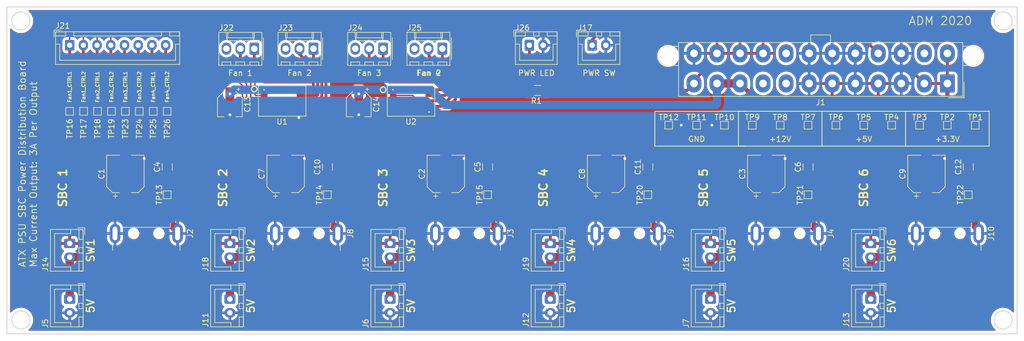
<source format=kicad_pcb>
(kicad_pcb (version 20171130) (host pcbnew 5.1.10)
  (layers (0 F.Cu signal) (31 B.Cu signal) (35 F.Paste user) (37 F.SilkS user) (38 B.Mask user) (39 F.Mask user) (44 Edge.Cuts user))
  (net 0 "")
  (net 1 GND)
  (net 2 P5V_1)
  (net 3 P5V_3)
  (net 4 P5V_5)
  (net 5 P5V_2)
  (net 6 P5V_4)
  (net 7 P5V_6)
  (net 8 +12V)
  (net 9 +5V)
  (net 10 PS-ON)
  (net 11 +3.3V)
  (net 12 Fan4_CTRL2)
  (net 13 Fan4_CTRL1)
  (net 14 Fan3_CTRL2)
  (net 15 Fan3_CTRL1)
  (net 16 Fan2_CTRL2)
  (net 17 Fan2_CTRL1)
  (net 18 Fan1_CTRL2)
  (net 19 Fan1_CTRL1)
  (net 20 "Net-(J22-Pad2)")
  (net 21 "Net-(J22-Pad1)")
  (net 22 "Net-(J23-Pad2)")
  (net 23 "Net-(J23-Pad1)")
  (net 24 "Net-(J24-Pad2)")
  (net 25 "Net-(J24-Pad1)")
  (net 26 "Net-(J25-Pad2)")
  (net 27 "Net-(J25-Pad1)")
  (net 28 "Net-(J26-Pad1)")
  (module "Power Distribution Board Rock64:USB_A_CNCTech_1001-011-01101_Horizontal_Fixed" (layer F.Cu) (at 247.65 147.32 270)
    (fp_text reference J10 (at -6.9 -8 90) (layer F.SilkS))
    (fp_text value 87583-3010RPALF)
    (pad "" np_thru_hole circle (at -6.9 2.3 270) (size 1.1 1.1) (drill 1.1) (layers *.Cu *.Mask))
    (pad "" np_thru_hole circle (at -6.9 -2.3 270) (size 1.1 1.1) (drill 1.1) (layers *.Cu *.Mask))
    (pad 5 thru_hole oval (at -6.9 5.7 270) (size 3.5 1.9) (drill oval 2.5 0.9) (layers *.Cu *.Mask) (net 1 GND))
    (pad 5 thru_hole oval (at -6.9 -5.7 270) (size 3.5 1.9) (drill oval 2.5 0.9) (layers *.Cu *.Mask) (net 1 GND))
    (pad 1 smd rect (at -9.65 3.5 270) (size 2.5 1.1) (layers F.Cu F.Paste F.Mask) (net 7 P5V_6))
    (pad 4 smd rect (at -9.65 -3.5 270) (size 2.5 1.1) (layers F.Cu F.Paste F.Mask) (net 1 GND))
    (pad 2 smd rect (at -9.65 1 270) (size 2.5 1.1) (layers F.Cu F.Paste F.Mask))
    (pad 3 smd rect (at -9.65 -1 270) (size 2.5 1.1) (layers F.Cu F.Paste F.Mask))
  )
  (module "Power Distribution Board Rock64:USB_A_CNCTech_1001-011-01101_Horizontal_Fixed" (layer F.Cu) (at 189.23 147.32 270)
    (fp_text reference J9 (at -6.9 -8 90) (layer F.SilkS))
    (fp_text value 87583-3010RPALF)
    (pad "" np_thru_hole circle (at -6.9 2.3 270) (size 1.1 1.1) (drill 1.1) (layers *.Cu *.Mask))
    (pad "" np_thru_hole circle (at -6.9 -2.3 270) (size 1.1 1.1) (drill 1.1) (layers *.Cu *.Mask))
    (pad 5 thru_hole oval (at -6.9 5.7 270) (size 3.5 1.9) (drill oval 2.5 0.9) (layers *.Cu *.Mask) (net 1 GND))
    (pad 5 thru_hole oval (at -6.9 -5.7 270) (size 3.5 1.9) (drill oval 2.5 0.9) (layers *.Cu *.Mask) (net 1 GND))
    (pad 1 smd rect (at -9.65 3.5 270) (size 2.5 1.1) (layers F.Cu F.Paste F.Mask) (net 6 P5V_4))
    (pad 4 smd rect (at -9.65 -3.5 270) (size 2.5 1.1) (layers F.Cu F.Paste F.Mask) (net 1 GND))
    (pad 2 smd rect (at -9.65 1 270) (size 2.5 1.1) (layers F.Cu F.Paste F.Mask))
    (pad 3 smd rect (at -9.65 -1 270) (size 2.5 1.1) (layers F.Cu F.Paste F.Mask))
  )
  (module "Power Distribution Board Rock64:USB_A_CNCTech_1001-011-01101_Horizontal_Fixed" (layer F.Cu) (at 130.81 147.32 270)
    (fp_text reference J8 (at -6.9 -8 90) (layer F.SilkS))
    (fp_text value 87583-3010RPALF)
    (pad "" np_thru_hole circle (at -6.9 2.3 270) (size 1.1 1.1) (drill 1.1) (layers *.Cu *.Mask))
    (pad "" np_thru_hole circle (at -6.9 -2.3 270) (size 1.1 1.1) (drill 1.1) (layers *.Cu *.Mask))
    (pad 5 thru_hole oval (at -6.9 5.7 270) (size 3.5 1.9) (drill oval 2.5 0.9) (layers *.Cu *.Mask) (net 1 GND))
    (pad 5 thru_hole oval (at -6.9 -5.7 270) (size 3.5 1.9) (drill oval 2.5 0.9) (layers *.Cu *.Mask) (net 1 GND))
    (pad 1 smd rect (at -9.65 3.5 270) (size 2.5 1.1) (layers F.Cu F.Paste F.Mask) (net 5 P5V_2))
    (pad 4 smd rect (at -9.65 -3.5 270) (size 2.5 1.1) (layers F.Cu F.Paste F.Mask) (net 1 GND))
    (pad 2 smd rect (at -9.65 1 270) (size 2.5 1.1) (layers F.Cu F.Paste F.Mask))
    (pad 3 smd rect (at -9.65 -1 270) (size 2.5 1.1) (layers F.Cu F.Paste F.Mask))
  )
  (module "Power Distribution Board Rock64:USB_A_CNCTech_1001-011-01101_Horizontal_Fixed" (layer F.Cu) (at 218.44 147.32 270)
    (fp_text reference J4 (at -6.9 -8 90) (layer F.SilkS))
    (fp_text value 87583-3010RPALF)
    (pad "" np_thru_hole circle (at -6.9 2.3 270) (size 1.1 1.1) (drill 1.1) (layers *.Cu *.Mask))
    (pad "" np_thru_hole circle (at -6.9 -2.3 270) (size 1.1 1.1) (drill 1.1) (layers *.Cu *.Mask))
    (pad 5 thru_hole oval (at -6.9 5.7 270) (size 3.5 1.9) (drill oval 2.5 0.9) (layers *.Cu *.Mask) (net 1 GND))
    (pad 5 thru_hole oval (at -6.9 -5.7 270) (size 3.5 1.9) (drill oval 2.5 0.9) (layers *.Cu *.Mask) (net 1 GND))
    (pad 1 smd rect (at -9.65 3.5 270) (size 2.5 1.1) (layers F.Cu F.Paste F.Mask) (net 4 P5V_5))
    (pad 4 smd rect (at -9.65 -3.5 270) (size 2.5 1.1) (layers F.Cu F.Paste F.Mask) (net 1 GND))
    (pad 2 smd rect (at -9.65 1 270) (size 2.5 1.1) (layers F.Cu F.Paste F.Mask))
    (pad 3 smd rect (at -9.65 -1 270) (size 2.5 1.1) (layers F.Cu F.Paste F.Mask))
  )
  (module "Power Distribution Board Rock64:USB_A_CNCTech_1001-011-01101_Horizontal_Fixed" (layer F.Cu) (at 160.02 147.32 270)
    (fp_text reference J3 (at -6.9 -8 90) (layer F.SilkS))
    (fp_text value 87583-3010RPALF)
    (pad "" np_thru_hole circle (at -6.9 2.3 270) (size 1.1 1.1) (drill 1.1) (layers *.Cu *.Mask))
    (pad "" np_thru_hole circle (at -6.9 -2.3 270) (size 1.1 1.1) (drill 1.1) (layers *.Cu *.Mask))
    (pad 5 thru_hole oval (at -6.9 5.7 270) (size 3.5 1.9) (drill oval 2.5 0.9) (layers *.Cu *.Mask) (net 1 GND))
    (pad 5 thru_hole oval (at -6.9 -5.7 270) (size 3.5 1.9) (drill oval 2.5 0.9) (layers *.Cu *.Mask) (net 1 GND))
    (pad 1 smd rect (at -9.65 3.5 270) (size 2.5 1.1) (layers F.Cu F.Paste F.Mask) (net 3 P5V_3))
    (pad 4 smd rect (at -9.65 -3.5 270) (size 2.5 1.1) (layers F.Cu F.Paste F.Mask) (net 1 GND))
    (pad 2 smd rect (at -9.65 1 270) (size 2.5 1.1) (layers F.Cu F.Paste F.Mask))
    (pad 3 smd rect (at -9.65 -1 270) (size 2.5 1.1) (layers F.Cu F.Paste F.Mask))
  )
  (module "Power Distribution Board Rock64:USB_A_CNCTech_1001-011-01101_Horizontal_Fixed" (layer F.Cu) (at 101.6 147.32 270)
    (fp_text reference J2 (at -6.9 -8 90) (layer F.SilkS))
    (fp_text value 87583-3010RPALF)
    (pad "" np_thru_hole circle (at -6.9 2.3 270) (size 1.1 1.1) (drill 1.1) (layers *.Cu *.Mask))
    (pad "" np_thru_hole circle (at -6.9 -2.3 270) (size 1.1 1.1) (drill 1.1) (layers *.Cu *.Mask))
    (pad 5 thru_hole oval (at -6.9 5.7 270) (size 3.5 1.9) (drill oval 2.5 0.9) (layers *.Cu *.Mask) (net 1 GND))
    (pad 5 thru_hole oval (at -6.9 -5.7 270) (size 3.5 1.9) (drill oval 2.5 0.9) (layers *.Cu *.Mask) (net 1 GND))
    (pad 1 smd rect (at -9.65 3.5 270) (size 2.5 1.1) (layers F.Cu F.Paste F.Mask) (net 2 P5V_1))
    (pad 4 smd rect (at -9.65 -3.5 270) (size 2.5 1.1) (layers F.Cu F.Paste F.Mask) (net 1 GND))
    (pad 2 smd rect (at -9.65 1 270) (size 2.5 1.1) (layers F.Cu F.Paste F.Mask))
    (pad 3 smd rect (at -9.65 -1 270) (size 2.5 1.1) (layers F.Cu F.Paste F.Mask))
  )
  (module "Power Distribution Board Rock64:SOIC-10" (layer F.Cu) (at 149.86 116.205 270)
    (fp_text reference U2 (at 3.81 0) (layer F.SilkS))
    (fp_text value LV8548MC)
    (pad 5 smd rect (at 2 3.25 270) (size 0.58 1.18) (layers F.Cu F.Paste F.Mask) (net 12 Fan4_CTRL2))
    (pad 6 smd rect (at 2 -3.25 270) (size 0.58 1.18) (layers F.Cu F.Paste F.Mask) (net 1 GND))
    (pad 4 smd rect (at 1 3.25 270) (size 0.58 1.18) (layers F.Cu F.Paste F.Mask) (net 13 Fan4_CTRL1))
    (pad 7 smd rect (at 1 -3.25 270) (size 0.58 1.18) (layers F.Cu F.Paste F.Mask) (net 27 "Net-(J25-Pad1)"))
    (pad 3 smd rect (at 0 3.25 270) (size 0.58 1.18) (layers F.Cu F.Paste F.Mask) (net 14 Fan3_CTRL2))
    (pad 8 smd rect (at 0 -3.25 270) (size 0.58 1.18) (layers F.Cu F.Paste F.Mask) (net 26 "Net-(J25-Pad2)"))
    (pad 2 smd rect (at -1 3.25 270) (size 0.58 1.18) (layers F.Cu F.Paste F.Mask) (net 15 Fan3_CTRL1))
    (pad 9 smd rect (at -1 -3.25 270) (size 0.58 1.18) (layers F.Cu F.Paste F.Mask) (net 25 "Net-(J24-Pad1)"))
    (pad 1 smd rect (at -2 3.25 270) (size 0.58 1.18) (layers F.Cu F.Paste F.Mask) (net 8 +12V))
    (pad 10 smd rect (at -2 -3.25 270) (size 0.58 1.18) (layers F.Cu F.Paste F.Mask) (net 24 "Net-(J24-Pad2)"))
  )
  (module "Power Distribution Board Rock64:SOIC-10" (layer F.Cu) (at 126.365 116.205 270)
    (fp_text reference U1 (at 3.81 0) (layer F.SilkS))
    (fp_text value LV8548MC)
    (pad 5 smd rect (at 2 3.25 270) (size 0.58 1.18) (layers F.Cu F.Paste F.Mask) (net 16 Fan2_CTRL2))
    (pad 6 smd rect (at 2 -3.25 270) (size 0.58 1.18) (layers F.Cu F.Paste F.Mask) (net 1 GND))
    (pad 4 smd rect (at 1 3.25 270) (size 0.58 1.18) (layers F.Cu F.Paste F.Mask) (net 17 Fan2_CTRL1))
    (pad 7 smd rect (at 1 -3.25 270) (size 0.58 1.18) (layers F.Cu F.Paste F.Mask) (net 23 "Net-(J23-Pad1)"))
    (pad 3 smd rect (at 0 3.25 270) (size 0.58 1.18) (layers F.Cu F.Paste F.Mask) (net 18 Fan1_CTRL2))
    (pad 8 smd rect (at 0 -3.25 270) (size 0.58 1.18) (layers F.Cu F.Paste F.Mask) (net 22 "Net-(J23-Pad2)"))
    (pad 2 smd rect (at -1 3.25 270) (size 0.58 1.18) (layers F.Cu F.Paste F.Mask) (net 19 Fan1_CTRL1))
    (pad 9 smd rect (at -1 -3.25 270) (size 0.58 1.18) (layers F.Cu F.Paste F.Mask) (net 21 "Net-(J22-Pad1)"))
    (pad 1 smd rect (at -2 3.25 270) (size 0.58 1.18) (layers F.Cu F.Paste F.Mask) (net 8 +12V))
    (pad 10 smd rect (at -2 -3.25 270) (size 0.58 1.18) (layers F.Cu F.Paste F.Mask) (net 20 "Net-(J22-Pad2)"))
  )
  (module TestPoint:TestPoint_Pad_1.0x1.0mm (layer F.Cu) (at 105.41 118.11)
    (fp_text reference TP26 (at 0 3.175 90) (layer F.SilkS))
    (fp_text value F4_C2)
    (pad 1 smd rect (at 0 0) (size 1 1) (layers F.Cu F.Mask) (net 12 Fan4_CTRL2))
  )
  (module TestPoint:TestPoint_Pad_1.0x1.0mm (layer F.Cu) (at 102.87 118.11)
    (fp_text reference TP25 (at 0 3.175 90) (layer F.SilkS))
    (fp_text value F4_C1)
    (pad 1 smd rect (at 0 0) (size 1 1) (layers F.Cu F.Mask) (net 13 Fan4_CTRL1))
  )
  (module TestPoint:TestPoint_Pad_1.0x1.0mm (layer F.Cu) (at 100.33 118.11)
    (fp_text reference TP24 (at 0 3.175 90) (layer F.SilkS))
    (fp_text value F3_C2)
    (pad 1 smd rect (at 0 0) (size 1 1) (layers F.Cu F.Mask) (net 14 Fan3_CTRL2))
  )
  (module TestPoint:TestPoint_Pad_1.0x1.0mm (layer F.Cu) (at 97.79 118.11)
    (fp_text reference TP23 (at 0 3.175 90) (layer F.SilkS))
    (fp_text value F3_C1)
    (pad 1 smd rect (at 0 0) (size 1 1) (layers F.Cu F.Mask) (net 15 Fan3_CTRL1))
  )
  (module TestPoint:TestPoint_Pad_1.0x1.0mm (layer F.Cu) (at 251.46 133.35 90)
    (fp_text reference TP22 (at 0 -1.448 90) (layer F.SilkS))
    (fp_text value P5V_B6)
    (pad 1 smd rect (at 0 0 90) (size 1 1) (layers F.Cu F.Mask) (net 7 P5V_6))
  )
  (module TestPoint:TestPoint_Pad_1.0x1.0mm (layer F.Cu) (at 222.25 133.35 90)
    (fp_text reference TP21 (at 0 -1.448 90) (layer F.SilkS))
    (fp_text value P5V_B5)
    (pad 1 smd rect (at 0 0 90) (size 1 1) (layers F.Cu F.Mask) (net 4 P5V_5))
  )
  (module TestPoint:TestPoint_Pad_1.0x1.0mm (layer F.Cu) (at 193.04 133.35 90)
    (fp_text reference TP20 (at 0 -1.448 90) (layer F.SilkS))
    (fp_text value P5V_B4)
    (pad 1 smd rect (at 0 0 90) (size 1 1) (layers F.Cu F.Mask) (net 6 P5V_4))
  )
  (module TestPoint:TestPoint_Pad_1.0x1.0mm (layer F.Cu) (at 95.25 118.11)
    (fp_text reference TP19 (at 0 3.175 90) (layer F.SilkS))
    (fp_text value F2_C2)
    (pad 1 smd rect (at 0 0) (size 1 1) (layers F.Cu F.Mask) (net 16 Fan2_CTRL2))
  )
  (module TestPoint:TestPoint_Pad_1.0x1.0mm (layer F.Cu) (at 92.71 118.11)
    (fp_text reference TP18 (at 0 3.175 90) (layer F.SilkS))
    (fp_text value F2_C1)
    (pad 1 smd rect (at 0 0) (size 1 1) (layers F.Cu F.Mask) (net 17 Fan2_CTRL1))
  )
  (module TestPoint:TestPoint_Pad_1.0x1.0mm (layer F.Cu) (at 90.17 118.11)
    (fp_text reference TP17 (at 0 3.175 90) (layer F.SilkS))
    (fp_text value F1_C2)
    (pad 1 smd rect (at 0 0) (size 1 1) (layers F.Cu F.Mask) (net 18 Fan1_CTRL2))
  )
  (module TestPoint:TestPoint_Pad_1.0x1.0mm (layer F.Cu) (at 87.63 118.11)
    (fp_text reference TP16 (at 0 3.175 90) (layer F.SilkS))
    (fp_text value F1_C1)
    (pad 1 smd rect (at 0 0) (size 1 1) (layers F.Cu F.Mask) (net 19 Fan1_CTRL1))
  )
  (module TestPoint:TestPoint_Pad_1.0x1.0mm (layer F.Cu) (at 163.83 133.35 90)
    (fp_text reference TP15 (at 0 -1.448 90) (layer F.SilkS))
    (fp_text value P5V_B3)
    (pad 1 smd rect (at 0 0 90) (size 1 1) (layers F.Cu F.Mask) (net 3 P5V_3))
  )
  (module TestPoint:TestPoint_Pad_1.0x1.0mm (layer F.Cu) (at 134.62 133.35 90)
    (fp_text reference TP14 (at 0 -1.448 90) (layer F.SilkS))
    (fp_text value P5V_B2)
    (pad 1 smd rect (at 0 0 90) (size 1 1) (layers F.Cu F.Mask) (net 5 P5V_2))
  )
  (module TestPoint:TestPoint_Pad_1.0x1.0mm (layer F.Cu) (at 105.41 133.35 90)
    (fp_text reference TP13 (at 0 -1.448 90) (layer F.SilkS))
    (fp_text value P5V_B1)
    (pad 1 smd rect (at 0 0 90) (size 1 1) (layers F.Cu F.Mask) (net 2 P5V_1))
  )
  (module TestPoint:TestPoint_Pad_1.0x1.0mm (layer F.Cu) (at 196.85 120.65)
    (fp_text reference TP12 (at 0 -1.448) (layer F.SilkS))
    (fp_text value GND_TP3)
    (pad 1 smd rect (at 0 0) (size 1 1) (layers F.Cu F.Mask) (net 1 GND))
  )
  (module TestPoint:TestPoint_Pad_1.0x1.0mm (layer F.Cu) (at 201.93 120.65)
    (fp_text reference TP11 (at 0 -1.448) (layer F.SilkS))
    (fp_text value GND_TP2)
    (pad 1 smd rect (at 0 0) (size 1 1) (layers F.Cu F.Mask) (net 1 GND))
  )
  (module TestPoint:TestPoint_Pad_1.0x1.0mm (layer F.Cu) (at 207.01 120.65)
    (fp_text reference TP10 (at 0 -1.448) (layer F.SilkS))
    (fp_text value GND_TP1)
    (pad 1 smd rect (at 0 0) (size 1 1) (layers F.Cu F.Mask) (net 1 GND))
  )
  (module TestPoint:TestPoint_Pad_1.0x1.0mm (layer F.Cu) (at 212.09 120.65)
    (fp_text reference TP9 (at 0 -1.448) (layer F.SilkS))
    (fp_text value 12V_TP3)
    (pad 1 smd rect (at 0 0) (size 1 1) (layers F.Cu F.Mask) (net 8 +12V))
  )
  (module TestPoint:TestPoint_Pad_1.0x1.0mm (layer F.Cu) (at 217.17 120.65)
    (fp_text reference TP8 (at 0 -1.448) (layer F.SilkS))
    (fp_text value 12V_TP2)
    (pad 1 smd rect (at 0 0) (size 1 1) (layers F.Cu F.Mask) (net 8 +12V))
  )
  (module TestPoint:TestPoint_Pad_1.0x1.0mm (layer F.Cu) (at 222.25 120.65)
    (fp_text reference TP7 (at 0 -1.448) (layer F.SilkS))
    (fp_text value 12V_TP1)
    (pad 1 smd rect (at 0 0) (size 1 1) (layers F.Cu F.Mask) (net 8 +12V))
  )
  (module TestPoint:TestPoint_Pad_1.0x1.0mm (layer F.Cu) (at 227.33 120.65)
    (fp_text reference TP6 (at 0 -1.448) (layer F.SilkS))
    (fp_text value 5V_TP3)
    (pad 1 smd rect (at 0 0) (size 1 1) (layers F.Cu F.Mask) (net 9 +5V))
  )
  (module TestPoint:TestPoint_Pad_1.0x1.0mm (layer F.Cu) (at 232.41 120.65)
    (fp_text reference TP5 (at 0 -1.448) (layer F.SilkS))
    (fp_text value 5V_TP2)
    (pad 1 smd rect (at 0 0) (size 1 1) (layers F.Cu F.Mask) (net 9 +5V))
  )
  (module TestPoint:TestPoint_Pad_1.0x1.0mm (layer F.Cu) (at 237.49 120.65)
    (fp_text reference TP4 (at 0 -1.448) (layer F.SilkS))
    (fp_text value 5V_TP1)
    (pad 1 smd rect (at 0 0) (size 1 1) (layers F.Cu F.Mask) (net 9 +5V))
  )
  (module TestPoint:TestPoint_Pad_1.0x1.0mm (layer F.Cu) (at 242.57 120.65)
    (fp_text reference TP3 (at 0 -1.448) (layer F.SilkS))
    (fp_text value 3V_TP3)
    (pad 1 smd rect (at 0 0) (size 1 1) (layers F.Cu F.Mask) (net 11 +3.3V))
  )
  (module TestPoint:TestPoint_Pad_1.0x1.0mm (layer F.Cu) (at 247.65 120.65)
    (fp_text reference TP2 (at 0 -1.448) (layer F.SilkS))
    (fp_text value 3V_TP2)
    (pad 1 smd rect (at 0 0) (size 1 1) (layers F.Cu F.Mask) (net 11 +3.3V))
  )
  (module TestPoint:TestPoint_Pad_1.0x1.0mm (layer F.Cu) (at 252.73 120.65)
    (fp_text reference TP1 (at 0 -1.448) (layer F.SilkS))
    (fp_text value 3V_TP1)
    (pad 1 smd rect (at 0 0) (size 1 1) (layers F.Cu F.Mask) (net 11 +3.3V))
  )
  (module Resistor_SMD:R_1206_3216Metric_Pad1.42x1.75mm_HandSolder (layer F.Cu) (at 172.9375 114.3)
    (fp_text reference R1 (at -0.2175 1.905) (layer F.SilkS))
    (fp_text value 300)
    (pad 2 smd roundrect (at 1.4875 0) (size 1.425 1.75) (layers F.Cu F.Paste F.Mask) (roundrect_rratio 0.1754385964912281) (net 11 +3.3V))
    (pad 1 smd roundrect (at -1.4875 0) (size 1.425 1.75) (layers F.Cu F.Paste F.Mask) (roundrect_rratio 0.1754385964912281) (net 28 "Net-(J26-Pad1)"))
  )
  (module Connector_JST:JST_XH_B2B-XH-A_1x02_P2.50mm_Vertical (layer F.Cu) (at 171.45 106.045)
    (fp_text reference J26 (at -1.27 -3.175) (layer F.SilkS))
    (fp_text value XHP-2)
    (pad 2 thru_hole oval (at 2.5 0) (size 1.7 2) (drill 1) (layers *.Cu *.Mask) (net 1 GND))
    (pad 1 thru_hole roundrect (at 0 0) (size 1.7 2) (drill 1) (layers *.Cu *.Mask) (roundrect_rratio 0.1470588235294118) (net 28 "Net-(J26-Pad1)"))
  )
  (module Connector_Molex:Molex_KK-254_AE-6410-03A_1x03_P2.54mm_Vertical (layer F.Cu) (at 155.575 106.68 180)
    (fp_text reference J25 (at 5.08 3.81) (layer F.SilkS))
    (fp_text value 22232031)
    (pad 3 thru_hole oval (at 5.08 0 180) (size 1.74 2.19) (drill 1.19) (layers *.Cu *.Mask))
    (pad 2 thru_hole oval (at 2.54 0 180) (size 1.74 2.19) (drill 1.19) (layers *.Cu *.Mask) (net 26 "Net-(J25-Pad2)"))
    (pad 1 thru_hole roundrect (at 0 0 180) (size 1.74 2.19) (drill 1.19) (layers *.Cu *.Mask) (roundrect_rratio 0.1436775862068966) (net 27 "Net-(J25-Pad1)"))
  )
  (module Connector_Molex:Molex_KK-254_AE-6410-03A_1x03_P2.54mm_Vertical (layer F.Cu) (at 144.78 106.68 180)
    (fp_text reference J24 (at 5.08 3.81) (layer F.SilkS))
    (fp_text value 22232031)
    (pad 3 thru_hole oval (at 5.08 0 180) (size 1.74 2.19) (drill 1.19) (layers *.Cu *.Mask))
    (pad 2 thru_hole oval (at 2.54 0 180) (size 1.74 2.19) (drill 1.19) (layers *.Cu *.Mask) (net 24 "Net-(J24-Pad2)"))
    (pad 1 thru_hole roundrect (at 0 0 180) (size 1.74 2.19) (drill 1.19) (layers *.Cu *.Mask) (roundrect_rratio 0.1436775862068966) (net 25 "Net-(J24-Pad1)"))
  )
  (module Connector_Molex:Molex_KK-254_AE-6410-03A_1x03_P2.54mm_Vertical (layer F.Cu) (at 132.08 106.68 180)
    (fp_text reference J23 (at 5.08 3.81) (layer F.SilkS))
    (fp_text value 22232031)
    (pad 3 thru_hole oval (at 5.08 0 180) (size 1.74 2.19) (drill 1.19) (layers *.Cu *.Mask))
    (pad 2 thru_hole oval (at 2.54 0 180) (size 1.74 2.19) (drill 1.19) (layers *.Cu *.Mask) (net 22 "Net-(J23-Pad2)"))
    (pad 1 thru_hole roundrect (at 0 0 180) (size 1.74 2.19) (drill 1.19) (layers *.Cu *.Mask) (roundrect_rratio 0.1436775862068966) (net 23 "Net-(J23-Pad1)"))
  )
  (module Connector_Molex:Molex_KK-254_AE-6410-03A_1x03_P2.54mm_Vertical (layer F.Cu) (at 121.285 106.68 180)
    (fp_text reference J22 (at 5.08 3.81) (layer F.SilkS))
    (fp_text value 22232031)
    (pad 3 thru_hole oval (at 5.08 0 180) (size 1.74 2.19) (drill 1.19) (layers *.Cu *.Mask))
    (pad 2 thru_hole oval (at 2.54 0 180) (size 1.74 2.19) (drill 1.19) (layers *.Cu *.Mask) (net 20 "Net-(J22-Pad2)"))
    (pad 1 thru_hole roundrect (at 0 0 180) (size 1.74 2.19) (drill 1.19) (layers *.Cu *.Mask) (roundrect_rratio 0.1436775862068966) (net 21 "Net-(J22-Pad1)"))
  )
  (module Connector_JST:JST_XH_B8B-XH-A_1x08_P2.50mm_Vertical (layer F.Cu) (at 87.63 106.045)
    (fp_text reference J21 (at -1.27 -3.55) (layer F.SilkS))
    (fp_text value "B8B-XH-A(LF)(SN)")
    (pad 8 thru_hole oval (at 17.5 0) (size 1.7 1.95) (drill 0.95) (layers *.Cu *.Mask) (net 12 Fan4_CTRL2))
    (pad 7 thru_hole oval (at 15 0) (size 1.7 1.95) (drill 0.95) (layers *.Cu *.Mask) (net 13 Fan4_CTRL1))
    (pad 6 thru_hole oval (at 12.5 0) (size 1.7 1.95) (drill 0.95) (layers *.Cu *.Mask) (net 14 Fan3_CTRL2))
    (pad 5 thru_hole oval (at 10 0) (size 1.7 1.95) (drill 0.95) (layers *.Cu *.Mask) (net 15 Fan3_CTRL1))
    (pad 4 thru_hole oval (at 7.5 0) (size 1.7 1.95) (drill 0.95) (layers *.Cu *.Mask) (net 16 Fan2_CTRL2))
    (pad 3 thru_hole oval (at 5 0) (size 1.7 1.95) (drill 0.95) (layers *.Cu *.Mask) (net 17 Fan2_CTRL1))
    (pad 2 thru_hole oval (at 2.5 0) (size 1.7 1.95) (drill 0.95) (layers *.Cu *.Mask) (net 18 Fan1_CTRL2))
    (pad 1 thru_hole roundrect (at 0 0) (size 1.7 1.95) (drill 0.95) (layers *.Cu *.Mask) (roundrect_rratio 0.1470588235294118) (net 19 Fan1_CTRL1))
  )
  (module Connector_JST:JST_XH_B2B-XH-A_1x02_P2.50mm_Vertical (layer F.Cu) (at 233.68 142.24 270)
    (fp_text reference J20 (at 3.81 4.445 90) (layer F.SilkS))
    (fp_text value XHP-2)
    (pad 2 thru_hole oval (at 2.5 0 270) (size 1.7 2) (drill 1) (layers *.Cu *.Mask) (net 7 P5V_6))
    (pad 1 thru_hole roundrect (at 0 0 270) (size 1.7 2) (drill 1) (layers *.Cu *.Mask) (roundrect_rratio 0.1470588235294118) (net 9 +5V))
  )
  (module Connector_JST:JST_XH_B2B-XH-A_1x02_P2.50mm_Vertical (layer F.Cu) (at 175.26 142.24 270)
    (fp_text reference J19 (at 3.81 4.445 90) (layer F.SilkS))
    (fp_text value XHP-2)
    (pad 2 thru_hole oval (at 2.5 0 270) (size 1.7 2) (drill 1) (layers *.Cu *.Mask) (net 6 P5V_4))
    (pad 1 thru_hole roundrect (at 0 0 270) (size 1.7 2) (drill 1) (layers *.Cu *.Mask) (roundrect_rratio 0.1470588235294118) (net 9 +5V))
  )
  (module Connector_JST:JST_XH_B2B-XH-A_1x02_P2.50mm_Vertical (layer F.Cu) (at 116.84 142.24 270)
    (fp_text reference J18 (at 3.81 4.445 90) (layer F.SilkS))
    (fp_text value XHP-2)
    (pad 2 thru_hole oval (at 2.5 0 270) (size 1.7 2) (drill 1) (layers *.Cu *.Mask) (net 5 P5V_2))
    (pad 1 thru_hole roundrect (at 0 0 270) (size 1.7 2) (drill 1) (layers *.Cu *.Mask) (roundrect_rratio 0.1470588235294118) (net 9 +5V))
  )
  (module Connector_JST:JST_XH_B2B-XH-A_1x02_P2.50mm_Vertical (layer F.Cu) (at 182.88 106.045)
    (fp_text reference J17 (at -1.27 -3.175) (layer F.SilkS))
    (fp_text value XHP-2)
    (pad 2 thru_hole oval (at 2.5 0) (size 1.7 2) (drill 1) (layers *.Cu *.Mask) (net 1 GND))
    (pad 1 thru_hole roundrect (at 0 0) (size 1.7 2) (drill 1) (layers *.Cu *.Mask) (roundrect_rratio 0.1470588235294118) (net 10 PS-ON))
  )
  (module Connector_JST:JST_XH_B2B-XH-A_1x02_P2.50mm_Vertical (layer F.Cu) (at 204.47 142.24 270)
    (fp_text reference J16 (at 3.81 4.445 90) (layer F.SilkS))
    (fp_text value XHP-2)
    (pad 2 thru_hole oval (at 2.5 0 270) (size 1.7 2) (drill 1) (layers *.Cu *.Mask) (net 4 P5V_5))
    (pad 1 thru_hole roundrect (at 0 0 270) (size 1.7 2) (drill 1) (layers *.Cu *.Mask) (roundrect_rratio 0.1470588235294118) (net 9 +5V))
  )
  (module Connector_JST:JST_XH_B2B-XH-A_1x02_P2.50mm_Vertical (layer F.Cu) (at 146.05 142.24 270)
    (fp_text reference J15 (at 3.81 4.445 90) (layer F.SilkS))
    (fp_text value XHP-2)
    (pad 2 thru_hole oval (at 2.5 0 270) (size 1.7 2) (drill 1) (layers *.Cu *.Mask) (net 3 P5V_3))
    (pad 1 thru_hole roundrect (at 0 0 270) (size 1.7 2) (drill 1) (layers *.Cu *.Mask) (roundrect_rratio 0.1470588235294118) (net 9 +5V))
  )
  (module Connector_JST:JST_XH_B2B-XH-A_1x02_P2.50mm_Vertical (layer F.Cu) (at 87.63 142.24 270)
    (fp_text reference J14 (at 3.81 4.445 90) (layer F.SilkS))
    (fp_text value XHP-2)
    (pad 2 thru_hole oval (at 2.5 0 270) (size 1.7 2) (drill 1) (layers *.Cu *.Mask) (net 2 P5V_1))
    (pad 1 thru_hole roundrect (at 0 0 270) (size 1.7 2) (drill 1) (layers *.Cu *.Mask) (roundrect_rratio 0.1470588235294118) (net 9 +5V))
  )
  (module Connector_JST:JST_XH_B2B-XH-A_1x02_P2.50mm_Vertical (layer F.Cu) (at 233.68 152.4 270)
    (fp_text reference J13 (at 3.81 4.445 90) (layer F.SilkS))
    (fp_text value XHP-2)
    (pad 2 thru_hole oval (at 2.5 0 270) (size 1.7 2) (drill 1) (layers *.Cu *.Mask) (net 1 GND))
    (pad 1 thru_hole roundrect (at 0 0 270) (size 1.7 2) (drill 1) (layers *.Cu *.Mask) (roundrect_rratio 0.1470588235294118) (net 7 P5V_6))
  )
  (module Connector_JST:JST_XH_B2B-XH-A_1x02_P2.50mm_Vertical (layer F.Cu) (at 175.26 152.4 270)
    (fp_text reference J12 (at 3.81 4.445 90) (layer F.SilkS))
    (fp_text value XHP-2)
    (pad 2 thru_hole oval (at 2.5 0 270) (size 1.7 2) (drill 1) (layers *.Cu *.Mask) (net 1 GND))
    (pad 1 thru_hole roundrect (at 0 0 270) (size 1.7 2) (drill 1) (layers *.Cu *.Mask) (roundrect_rratio 0.1470588235294118) (net 6 P5V_4))
  )
  (module Connector_JST:JST_XH_B2B-XH-A_1x02_P2.50mm_Vertical (layer F.Cu) (at 116.84 152.4 270)
    (fp_text reference J11 (at 3.81 4.445 90) (layer F.SilkS))
    (fp_text value XHP-2)
    (pad 2 thru_hole oval (at 2.5 0 270) (size 1.7 2) (drill 1) (layers *.Cu *.Mask) (net 1 GND))
    (pad 1 thru_hole roundrect (at 0 0 270) (size 1.7 2) (drill 1) (layers *.Cu *.Mask) (roundrect_rratio 0.1470588235294118) (net 5 P5V_2))
  )
  (module Connector_JST:JST_XH_B2B-XH-A_1x02_P2.50mm_Vertical (layer F.Cu) (at 204.47 152.4 270)
    (fp_text reference J7 (at 4.445 4.445 90) (layer F.SilkS))
    (fp_text value XHP-2)
    (pad 2 thru_hole oval (at 2.5 0 270) (size 1.7 2) (drill 1) (layers *.Cu *.Mask) (net 1 GND))
    (pad 1 thru_hole roundrect (at 0 0 270) (size 1.7 2) (drill 1) (layers *.Cu *.Mask) (roundrect_rratio 0.1470588235294118) (net 4 P5V_5))
  )
  (module Connector_JST:JST_XH_B2B-XH-A_1x02_P2.50mm_Vertical (layer F.Cu) (at 146.05 152.4 270)
    (fp_text reference J6 (at 4.445 4.445 90) (layer F.SilkS))
    (fp_text value XHP-2)
    (pad 2 thru_hole oval (at 2.5 0 270) (size 1.7 2) (drill 1) (layers *.Cu *.Mask) (net 1 GND))
    (pad 1 thru_hole roundrect (at 0 0 270) (size 1.7 2) (drill 1) (layers *.Cu *.Mask) (roundrect_rratio 0.1470588235294118) (net 3 P5V_3))
  )
  (module Connector_JST:JST_XH_B2B-XH-A_1x02_P2.50mm_Vertical (layer F.Cu) (at 87.63 152.4 270)
    (fp_text reference J5 (at 4.445 4.445 90) (layer F.SilkS))
    (fp_text value XHP-2)
    (pad 2 thru_hole oval (at 2.5 0 270) (size 1.7 2) (drill 1) (layers *.Cu *.Mask) (net 1 GND))
    (pad 1 thru_hole roundrect (at 0 0 270) (size 1.7 2) (drill 1) (layers *.Cu *.Mask) (roundrect_rratio 0.1470588235294118) (net 2 P5V_1))
  )
  (module Connector_Molex:Molex_Mini-Fit_Jr_5566-24A2_2x12_P4.20mm_Vertical (layer F.Cu) (at 247.65 113.03 180)
    (fp_text reference J1 (at 23.1 -3.45) (layer F.SilkS))
    (fp_text value 442060007)
    (pad "" np_thru_hole circle (at 50.9 5.04 180) (size 3 3) (drill 3) (layers *.Cu *.Mask))
    (pad "" np_thru_hole circle (at -4.7 5.04 180) (size 3 3) (drill 3) (layers *.Cu *.Mask))
    (pad 24 thru_hole oval (at 46.2 5.5 180) (size 2.7 3.3) (drill 1.4) (layers *.Cu *.Mask) (net 1 GND))
    (pad 23 thru_hole oval (at 42 5.5 180) (size 2.7 3.3) (drill 1.4) (layers *.Cu *.Mask) (net 9 +5V))
    (pad 22 thru_hole oval (at 37.8 5.5 180) (size 2.7 3.3) (drill 1.4) (layers *.Cu *.Mask) (net 9 +5V))
    (pad 21 thru_hole oval (at 33.6 5.5 180) (size 2.7 3.3) (drill 1.4) (layers *.Cu *.Mask) (net 9 +5V))
    (pad 20 thru_hole oval (at 29.4 5.5 180) (size 2.7 3.3) (drill 1.4) (layers *.Cu *.Mask))
    (pad 19 thru_hole oval (at 25.2 5.5 180) (size 2.7 3.3) (drill 1.4) (layers *.Cu *.Mask) (net 1 GND))
    (pad 18 thru_hole oval (at 21 5.5 180) (size 2.7 3.3) (drill 1.4) (layers *.Cu *.Mask) (net 1 GND))
    (pad 17 thru_hole oval (at 16.8 5.5 180) (size 2.7 3.3) (drill 1.4) (layers *.Cu *.Mask) (net 1 GND))
    (pad 16 thru_hole oval (at 12.6 5.5 180) (size 2.7 3.3) (drill 1.4) (layers *.Cu *.Mask) (net 10 PS-ON))
    (pad 15 thru_hole oval (at 8.4 5.5 180) (size 2.7 3.3) (drill 1.4) (layers *.Cu *.Mask) (net 1 GND))
    (pad 14 thru_hole oval (at 4.2 5.5 180) (size 2.7 3.3) (drill 1.4) (layers *.Cu *.Mask))
    (pad 13 thru_hole oval (at 0 5.5 180) (size 2.7 3.3) (drill 1.4) (layers *.Cu *.Mask) (net 11 +3.3V))
    (pad 12 thru_hole oval (at 46.2 0 180) (size 2.7 3.3) (drill 1.4) (layers *.Cu *.Mask) (net 11 +3.3V))
    (pad 11 thru_hole oval (at 42 0 180) (size 2.7 3.3) (drill 1.4) (layers *.Cu *.Mask) (net 8 +12V))
    (pad 10 thru_hole oval (at 37.8 0 180) (size 2.7 3.3) (drill 1.4) (layers *.Cu *.Mask) (net 8 +12V))
    (pad 9 thru_hole oval (at 33.6 0 180) (size 2.7 3.3) (drill 1.4) (layers *.Cu *.Mask))
    (pad 8 thru_hole oval (at 29.4 0 180) (size 2.7 3.3) (drill 1.4) (layers *.Cu *.Mask))
    (pad 7 thru_hole oval (at 25.2 0 180) (size 2.7 3.3) (drill 1.4) (layers *.Cu *.Mask) (net 1 GND))
    (pad 6 thru_hole oval (at 21 0 180) (size 2.7 3.3) (drill 1.4) (layers *.Cu *.Mask) (net 9 +5V))
    (pad 5 thru_hole oval (at 16.8 0 180) (size 2.7 3.3) (drill 1.4) (layers *.Cu *.Mask) (net 1 GND))
    (pad 4 thru_hole oval (at 12.6 0 180) (size 2.7 3.3) (drill 1.4) (layers *.Cu *.Mask) (net 9 +5V))
    (pad 3 thru_hole oval (at 8.4 0 180) (size 2.7 3.3) (drill 1.4) (layers *.Cu *.Mask) (net 1 GND))
    (pad 2 thru_hole oval (at 4.2 0 180) (size 2.7 3.3) (drill 1.4) (layers *.Cu *.Mask) (net 11 +3.3V))
    (pad 1 thru_hole roundrect (at 0 0 180) (size 2.7 3.3) (drill 1.4) (layers *.Cu *.Mask) (roundrect_rratio 0.09259296296296296) (net 11 +3.3V))
  )
  (module Capacitor_SMD:CP_Elec_4x5.4 (layer F.Cu) (at 140.335 116.84 270)
    (fp_text reference C14 (at 0 -3.2 90) (layer F.SilkS))
    (fp_text value 10uF)
    (pad 2 smd roundrect (at 1.8 0 270) (size 2.6 1.6) (layers F.Cu F.Paste F.Mask) (roundrect_rratio 0.15625) (net 1 GND))
    (pad 1 smd roundrect (at -1.8 0 270) (size 2.6 1.6) (layers F.Cu F.Paste F.Mask) (roundrect_rratio 0.15625) (net 8 +12V))
  )
  (module Capacitor_SMD:CP_Elec_4x5.4 (layer F.Cu) (at 116.84 116.84 270)
    (fp_text reference C13 (at 0 -3.2 90) (layer F.SilkS))
    (fp_text value 10uF)
    (pad 2 smd roundrect (at 1.8 0 270) (size 2.6 1.6) (layers F.Cu F.Paste F.Mask) (roundrect_rratio 0.15625) (net 1 GND))
    (pad 1 smd roundrect (at -1.8 0 270) (size 2.6 1.6) (layers F.Cu F.Paste F.Mask) (roundrect_rratio 0.15625) (net 8 +12V))
  )
  (module Capacitor_SMD:C_1206_3216Metric_Pad1.42x1.75mm_HandSolder (layer F.Cu) (at 251.46 128.27 90)
    (fp_text reference C12 (at 0 -1.82 90) (layer F.SilkS))
    (fp_text value 100nF)
    (pad 2 smd roundrect (at 1.4875 0 90) (size 1.425 1.75) (layers F.Cu F.Paste F.Mask) (roundrect_rratio 0.1754385964912281) (net 1 GND))
    (pad 1 smd roundrect (at -1.4875 0 90) (size 1.425 1.75) (layers F.Cu F.Paste F.Mask) (roundrect_rratio 0.1754385964912281) (net 7 P5V_6))
  )
  (module Capacitor_SMD:C_1206_3216Metric_Pad1.42x1.75mm_HandSolder (layer F.Cu) (at 193.04 128.27 90)
    (fp_text reference C11 (at 0 -1.82 90) (layer F.SilkS))
    (fp_text value 100nF)
    (pad 2 smd roundrect (at 1.4875 0 90) (size 1.425 1.75) (layers F.Cu F.Paste F.Mask) (roundrect_rratio 0.1754385964912281) (net 1 GND))
    (pad 1 smd roundrect (at -1.4875 0 90) (size 1.425 1.75) (layers F.Cu F.Paste F.Mask) (roundrect_rratio 0.1754385964912281) (net 6 P5V_4))
  )
  (module Capacitor_SMD:C_1206_3216Metric_Pad1.42x1.75mm_HandSolder (layer F.Cu) (at 134.62 128.27 90)
    (fp_text reference C10 (at 0 -1.82 90) (layer F.SilkS))
    (fp_text value 100nF)
    (pad 2 smd roundrect (at 1.4875 0 90) (size 1.425 1.75) (layers F.Cu F.Paste F.Mask) (roundrect_rratio 0.1754385964912281) (net 1 GND))
    (pad 1 smd roundrect (at -1.4875 0 90) (size 1.425 1.75) (layers F.Cu F.Paste F.Mask) (roundrect_rratio 0.1754385964912281) (net 5 P5V_2))
  )
  (module Capacitor_SMD:CP_Elec_6.3x5.4 (layer F.Cu) (at 243.84 129.54 90)
    (fp_text reference C9 (at 0 -4.35 90) (layer F.SilkS))
    (fp_text value 47uF)
    (pad 2 smd roundrect (at 2.8 0 90) (size 3.5 1.6) (layers F.Cu F.Paste F.Mask) (roundrect_rratio 0.15625) (net 1 GND))
    (pad 1 smd roundrect (at -2.8 0 90) (size 3.5 1.6) (layers F.Cu F.Paste F.Mask) (roundrect_rratio 0.15625) (net 7 P5V_6))
  )
  (module Capacitor_SMD:CP_Elec_6.3x5.4 (layer F.Cu) (at 185.42 129.54 90)
    (fp_text reference C8 (at 0 -4.35 90) (layer F.SilkS))
    (fp_text value 47uF)
    (pad 2 smd roundrect (at 2.8 0 90) (size 3.5 1.6) (layers F.Cu F.Paste F.Mask) (roundrect_rratio 0.15625) (net 1 GND))
    (pad 1 smd roundrect (at -2.8 0 90) (size 3.5 1.6) (layers F.Cu F.Paste F.Mask) (roundrect_rratio 0.15625) (net 6 P5V_4))
  )
  (module Capacitor_SMD:CP_Elec_6.3x5.4 (layer F.Cu) (at 127 129.54 90)
    (fp_text reference C7 (at 0 -4.35 90) (layer F.SilkS))
    (fp_text value 47uF)
    (pad 2 smd roundrect (at 2.8 0 90) (size 3.5 1.6) (layers F.Cu F.Paste F.Mask) (roundrect_rratio 0.15625) (net 1 GND))
    (pad 1 smd roundrect (at -2.8 0 90) (size 3.5 1.6) (layers F.Cu F.Paste F.Mask) (roundrect_rratio 0.15625) (net 5 P5V_2))
  )
  (module Capacitor_SMD:C_1206_3216Metric_Pad1.42x1.75mm_HandSolder (layer F.Cu) (at 222.25 128.27 90)
    (fp_text reference C6 (at 0 -1.82 90) (layer F.SilkS))
    (fp_text value 100nF)
    (pad 2 smd roundrect (at 1.4875 0 90) (size 1.425 1.75) (layers F.Cu F.Paste F.Mask) (roundrect_rratio 0.1754385964912281) (net 1 GND))
    (pad 1 smd roundrect (at -1.4875 0 90) (size 1.425 1.75) (layers F.Cu F.Paste F.Mask) (roundrect_rratio 0.1754385964912281) (net 4 P5V_5))
  )
  (module Capacitor_SMD:C_1206_3216Metric_Pad1.42x1.75mm_HandSolder (layer F.Cu) (at 163.83 128.27 90)
    (fp_text reference C5 (at 0 -1.82 90) (layer F.SilkS))
    (fp_text value 100nF)
    (pad 2 smd roundrect (at 1.4875 0 90) (size 1.425 1.75) (layers F.Cu F.Paste F.Mask) (roundrect_rratio 0.1754385964912281) (net 1 GND))
    (pad 1 smd roundrect (at -1.4875 0 90) (size 1.425 1.75) (layers F.Cu F.Paste F.Mask) (roundrect_rratio 0.1754385964912281) (net 3 P5V_3))
  )
  (module Capacitor_SMD:C_1206_3216Metric_Pad1.42x1.75mm_HandSolder (layer F.Cu) (at 105.41 128.27 90)
    (fp_text reference C4 (at 0 -1.82 90) (layer F.SilkS))
    (fp_text value 100nF)
    (pad 2 smd roundrect (at 1.4875 0 90) (size 1.425 1.75) (layers F.Cu F.Paste F.Mask) (roundrect_rratio 0.1754385964912281) (net 1 GND))
    (pad 1 smd roundrect (at -1.4875 0 90) (size 1.425 1.75) (layers F.Cu F.Paste F.Mask) (roundrect_rratio 0.1754385964912281) (net 2 P5V_1))
  )
  (module Capacitor_SMD:CP_Elec_6.3x5.4 (layer F.Cu) (at 214.63 129.54 90)
    (fp_text reference C3 (at 0 -4.35 90) (layer F.SilkS))
    (fp_text value 47uF)
    (pad 2 smd roundrect (at 2.8 0 90) (size 3.5 1.6) (layers F.Cu F.Paste F.Mask) (roundrect_rratio 0.15625) (net 1 GND))
    (pad 1 smd roundrect (at -2.8 0 90) (size 3.5 1.6) (layers F.Cu F.Paste F.Mask) (roundrect_rratio 0.15625) (net 4 P5V_5))
  )
  (module Capacitor_SMD:CP_Elec_6.3x5.4 (layer F.Cu) (at 156.21 129.54 90)
    (fp_text reference C2 (at 0 -4.35 90) (layer F.SilkS))
    (fp_text value 47uF)
    (pad 2 smd roundrect (at 2.8 0 90) (size 3.5 1.6) (layers F.Cu F.Paste F.Mask) (roundrect_rratio 0.15625) (net 1 GND))
    (pad 1 smd roundrect (at -2.8 0 90) (size 3.5 1.6) (layers F.Cu F.Paste F.Mask) (roundrect_rratio 0.15625) (net 3 P5V_3))
  )
  (module Capacitor_SMD:CP_Elec_6.3x5.4 (layer F.Cu) (at 97.79 129.54 90)
    (fp_text reference C1 (at 0 -4.35 90) (layer F.SilkS))
    (fp_text value 47uF)
    (pad 2 smd roundrect (at 2.8 0 90) (size 3.5 1.6) (layers F.Cu F.Paste F.Mask) (roundrect_rratio 0.15625) (net 1 GND))
    (pad 1 smd roundrect (at -2.8 0 90) (size 3.5 1.6) (layers F.Cu F.Paste F.Mask) (roundrect_rratio 0.15625) (net 2 P5V_1))
  )
  (gr_text "ATX PSU SBC Power Distribution Board\nMax Current Output: 3A Per Output" (at 80.01 146.685 90) (layer F.SilkS) (effects (font (size 1.27 1.27)) (justify left)))
  (gr_text "ADM 2020" (at 246.38 101.6) (layer F.SilkS) (effects (font (size 1.524 1.524))))
  (gr_text "SBC 6" (at 232.41 132.08 90) (layer F.SilkS) (effects (font (size 1.5 1.5) (thickness 0.3))))
  (gr_text "SBC 5" (at 203.2 132.08 90) (layer F.SilkS) (effects (font (size 1.5 1.5) (thickness 0.3))))
  (gr_text "SBC 4" (at 173.99 132.08 90) (layer F.SilkS) (effects (font (size 1.5 1.5) (thickness 0.3))))
  (gr_text "SBC 3" (at 144.78 132.08 90) (layer F.SilkS) (effects (font (size 1.5 1.5) (thickness 0.3))))
  (gr_text "SBC 2" (at 115.57 132.08 90) (layer F.SilkS) (effects (font (size 1.5 1.5) (thickness 0.3))))
  (gr_text "SBC 1" (at 86.36 132.08 90) (layer F.SilkS) (effects (font (size 1.5 1.5) (thickness 0.3))))
  (gr_text "Fan 2" (at 153.162 111.125) (layer F.SilkS) (effects (font (size 1 1))))
  (gr_text "PWR SW" (at 184.15 111.125) (layer F.SilkS) (effects (font (size 1 1))))
  (gr_text "PWR LED" (at 172.72 111.125) (layer F.SilkS) (effects (font (size 1 1))))
  (gr_text Fan4_CTRL2 (at 105.41 113.665 90) (layer F.SilkS) (effects (font (size 0.635 0.635) (thickness 0.1397))))
  (gr_text Fan4_CTRL1 (at 102.87 113.665 90) (layer F.SilkS) (effects (font (size 0.635 0.635) (thickness 0.1397))))
  (gr_text Fan3_CTRL2 (at 100.33 113.665 90) (layer F.SilkS) (effects (font (size 0.635 0.635) (thickness 0.1397))))
  (gr_text Fan3_CTRL1 (at 97.79 113.665 90) (layer F.SilkS) (effects (font (size 0.635 0.635) (thickness 0.1397))))
  (gr_text Fan2_CTRL2 (at 95.25 113.665 90) (layer F.SilkS) (effects (font (size 0.635 0.635) (thickness 0.1397))))
  (gr_text Fan2_CTRL1 (at 92.71 113.665 90) (layer F.SilkS) (effects (font (size 0.635 0.635) (thickness 0.1397))))
  (gr_text Fan1_CTRL2 (at 90.17 113.665 90) (layer F.SilkS) (effects (font (size 0.635 0.635) (thickness 0.1397))))
  (gr_text Fan1_CTRL1 (at 87.63 113.665 90) (layer F.SilkS) (effects (font (size 0.635 0.635) (thickness 0.1397))))
  (gr_circle (center 121.285 114.046) (end 121.793 114.046) (layer F.SilkS) (width 0.2032))
  (gr_circle (center 144.78 114.173) (end 145.288 114.173) (layer F.SilkS) (width 0.2032))
  (gr_text "Fan 4" (at 153.035 111.125) (layer F.SilkS) (effects (font (size 1 1))))
  (gr_text "Fan 3" (at 142.24 111.125) (layer F.SilkS) (effects (font (size 1 1))))
  (gr_text "Fan 2" (at 129.54 111.125) (layer F.SilkS) (effects (font (size 1 1))))
  (gr_text "Fan 1" (at 118.745 111.125) (layer F.SilkS) (effects (font (size 1 1))))
  (gr_text +3.3V (at 247.65 123.19) (layer F.SilkS) (effects (font (size 1 1))))
  (gr_text +5V (at 232.41 123.19) (layer F.SilkS) (effects (font (size 1 1))))
  (gr_text +12V (at 217.17 123.19) (layer F.SilkS) (effects (font (size 1 1))))
  (gr_text GND (at 201.93 123.19) (layer F.SilkS) (effects (font (size 1 1))))
  (gr_line (start 255.27 124.46) (end 240.03 124.46) (layer F.SilkS) (width 0.15))
  (gr_line (start 255.27 118.11) (end 255.27 124.46) (layer F.SilkS) (width 0.15))
  (gr_line (start 240.03 118.11) (end 255.27 118.11) (layer F.SilkS) (width 0.15))
  (gr_line (start 240.03 124.46) (end 224.79 124.46) (layer F.SilkS) (width 0.15))
  (gr_line (start 240.03 118.11) (end 240.03 124.46) (layer F.SilkS) (width 0.15))
  (gr_line (start 224.79 118.11) (end 240.03 118.11) (layer F.SilkS) (width 0.15))
  (gr_line (start 224.79 124.46) (end 209.55 124.46) (layer F.SilkS) (width 0.15))
  (gr_line (start 224.79 118.11) (end 224.79 124.46) (layer F.SilkS) (width 0.15))
  (gr_line (start 209.55 118.11) (end 224.79 118.11) (layer F.SilkS) (width 0.15))
  (gr_line (start 210.82 118.11) (end 194.31 118.11) (layer F.SilkS) (width 0.15))
  (gr_line (start 209.55 124.46) (end 209.55 118.11) (layer F.SilkS) (width 0.15))
  (gr_line (start 194.31 124.46) (end 210.82 124.46) (layer F.SilkS) (width 0.15))
  (gr_line (start 194.31 118.11) (end 194.31 124.46) (layer F.SilkS) (width 0.15))
  (gr_circle (center 257.81 156.21) (end 259.461 156.21) (layer Edge.Cuts) (width 0.15))
  (gr_circle (center 257.81 101.6) (end 259.461 101.6) (layer Edge.Cuts) (width 0.15))
  (gr_circle (center 78.74 101.6) (end 80.391 101.6) (layer Edge.Cuts) (width 0.15))
  (gr_circle (center 78.74 156.21) (end 78.74 157.861) (layer Edge.Cuts) (width 0.15))
  (gr_line (start 257.81 99.06) (end 260.35 99.06) (layer Edge.Cuts) (width 0.15))
  (gr_line (start 257.81 158.75) (end 260.35 158.75) (layer Edge.Cuts) (width 0.15))
  (gr_line (start 257.81 158.75) (end 76.2 158.75) (layer Edge.Cuts) (width 0.15))
  (gr_line (start 260.35 99.06) (end 260.35 158.75) (layer Edge.Cuts) (width 0.15))
  (gr_line (start 76.2 99.06) (end 257.81 99.06) (layer Edge.Cuts) (width 0.15))
  (gr_line (start 76.2 158.75) (end 76.2 99.06) (layer Edge.Cuts) (width 0.15))
  (gr_text SW6 (at 237.49 143.51 90) (layer F.SilkS) (effects (font (size 1.397 1.397) (thickness 0.254))))
  (gr_text SW5 (at 208.28 143.51 90) (layer F.SilkS) (effects (font (size 1.397 1.397) (thickness 0.254))))
  (gr_text SW4 (at 179.07 143.51 90) (layer F.SilkS) (effects (font (size 1.397 1.397) (thickness 0.254))))
  (gr_text SW3 (at 149.86 143.51 90) (layer F.SilkS) (effects (font (size 1.397 1.397) (thickness 0.254))))
  (gr_text SW2 (at 120.65 143.51 90) (layer F.SilkS) (effects (font (size 1.397 1.397) (thickness 0.254))))
  (gr_text 5V (at 237.49 153.67 90) (layer F.SilkS) (effects (font (size 1.397 1.397) (thickness 0.254))))
  (gr_text 5V (at 208.28 153.67 90) (layer F.SilkS) (effects (font (size 1.397 1.397) (thickness 0.254))))
  (gr_text 5V (at 179.07 153.67 90) (layer F.SilkS) (effects (font (size 1.397 1.397) (thickness 0.254))))
  (gr_text 5V (at 149.86 153.67 90) (layer F.SilkS) (effects (font (size 1.397 1.397) (thickness 0.254))))
  (gr_text 5V (at 120.65 153.67 90) (layer F.SilkS) (effects (font (size 1.397 1.397) (thickness 0.254))))
  (gr_text SW1 (at 91.44 143.51 90) (layer F.SilkS) (effects (font (size 1.397 1.397) (thickness 0.254))))
  (gr_text 5V (at 91.44 153.67 90) (layer F.SilkS) (effects (font (size 1.397 1.397) (thickness 0.254))))
  (via (at 140.335 118.745) (size 1.016) (drill 0.508) (layers F.Cu B.Cu) (net 1))
  (via (at 204.724 120.65) (size 1.016) (drill 0.508) (layers F.Cu B.Cu) (net 1))
  (via (at 199.136 120.65) (size 1.016) (drill 0.508) (layers F.Cu B.Cu) (net 1))
  (segment (start 105.3675 126.74) (end 105.41 126.7825) (width 1.524) (layer F.Cu) (net 1))
  (segment (start 97.79 126.74) (end 101.225 126.74) (width 1.524) (layer F.Cu) (net 1))
  (segment (start 134.5775 126.74) (end 134.62 126.7825) (width 1.524) (layer F.Cu) (net 1))
  (segment (start 127 126.74) (end 130.435 126.74) (width 1.524) (layer F.Cu) (net 1))
  (segment (start 163.7875 126.74) (end 163.83 126.7825) (width 1.524) (layer F.Cu) (net 1))
  (segment (start 156.21 126.74) (end 159.772 126.74) (width 1.524) (layer F.Cu) (net 1))
  (segment (start 192.9975 126.74) (end 193.04 126.7825) (width 1.524) (layer F.Cu) (net 1))
  (segment (start 185.42 126.74) (end 188.855 126.74) (width 1.524) (layer F.Cu) (net 1))
  (segment (start 222.2075 126.74) (end 222.25 126.7825) (width 1.524) (layer F.Cu) (net 1))
  (segment (start 214.63 126.74) (end 218.065 126.74) (width 1.524) (layer F.Cu) (net 1))
  (segment (start 251.4175 126.74) (end 251.46 126.7825) (width 1.524) (layer F.Cu) (net 1))
  (segment (start 243.84 126.74) (end 247.148 126.74) (width 1.524) (layer F.Cu) (net 1))
  (segment (start 101.225 126.74) (end 105.3675 126.74) (width 1.524) (layer F.Cu) (net 1))
  (via (at 101.225 126.74) (size 1.016) (drill 0.508) (layers F.Cu B.Cu) (net 1))
  (segment (start 130.435 126.74) (end 134.5775 126.74) (width 1.524) (layer F.Cu) (net 1))
  (via (at 130.435 126.74) (size 1.016) (drill 0.508) (layers F.Cu B.Cu) (net 1))
  (segment (start 159.772 126.74) (end 163.7875 126.74) (width 1.524) (layer F.Cu) (net 1))
  (via (at 159.512 126.74) (size 1.016) (drill 0.508) (layers F.Cu B.Cu) (net 1))
  (segment (start 188.855 126.74) (end 192.9975 126.74) (width 1.524) (layer F.Cu) (net 1))
  (via (at 188.855 126.74) (size 1.016) (drill 0.508) (layers F.Cu B.Cu) (net 1))
  (segment (start 218.065 126.74) (end 222.2075 126.74) (width 1.524) (layer F.Cu) (net 1))
  (via (at 218.065 126.74) (size 1.016) (drill 0.508) (layers F.Cu B.Cu) (net 1))
  (segment (start 247.148 126.74) (end 251.4175 126.74) (width 1.524) (layer F.Cu) (net 1))
  (via (at 247.148 126.74) (size 1.016) (drill 0.508) (layers F.Cu B.Cu) (net 1))
  (segment (start 196.85 120.65) (end 201.93 120.65) (width 0.762) (layer F.Cu) (net 1))
  (segment (start 201.93 120.65) (end 207.01 120.65) (width 0.762) (layer F.Cu) (net 1))
  (segment (start 116.84 118.64) (end 116.84 119.38) (width 0.762) (layer F.Cu) (net 1))
  (segment (start 117.479001 119.384001) (end 129.535999 119.384001) (width 0.762) (layer F.Cu) (net 1))
  (segment (start 117.475 119.38) (end 117.479001 119.384001) (width 0.762) (layer F.Cu) (net 1))
  (segment (start 116.84 119.38) (end 117.475 119.38) (width 0.762) (layer F.Cu) (net 1))
  (segment (start 129.535999 119.384001) (end 129.54 119.38) (width 0.762) (layer F.Cu) (net 1))
  (segment (start 129.54 118.384001) (end 129.615 118.384001) (width 0.762) (layer F.Cu) (net 1))
  (segment (start 129.54 119.38) (end 129.54 118.384001) (width 0.762) (layer F.Cu) (net 1))
  (segment (start 116.84 119.38) (end 116.84 119.38) (width 0.762) (layer F.Cu) (net 1))
  (via (at 116.84 118.745) (size 1.016) (drill 0.508) (layers F.Cu B.Cu) (net 1))
  (segment (start 129.54 119.38) (end 129.54 119.38) (width 0.762) (layer F.Cu) (net 1))
  (via (at 129.413 119.253) (size 1.016) (drill 0.508) (layers F.Cu B.Cu) (net 1))
  (via (at 153.162 118.237) (size 0.635) (drill 0.254) (layers F.Cu B.Cu) (net 1))
  (segment (start 253.35 139.55) (end 253.35 140.42) (width 1.524) (layer F.Cu) (net 1))
  (segment (start 251.47 137.67) (end 253.35 139.55) (width 1.524) (layer F.Cu) (net 1))
  (segment (start 251.15 137.67) (end 251.47 137.67) (width 1.524) (layer F.Cu) (net 1))
  (segment (start 224.14 139.94) (end 224.14 140.42) (width 1.524) (layer F.Cu) (net 1))
  (segment (start 222.8 138.6) (end 224.14 139.94) (width 1.524) (layer F.Cu) (net 1))
  (segment (start 222.8 138.53) (end 222.8 138.6) (width 1.524) (layer F.Cu) (net 1))
  (segment (start 221.94 137.67) (end 222.8 138.53) (width 1.524) (layer F.Cu) (net 1))
  (segment (start 194.93 139.93) (end 194.93 140.42) (width 1.524) (layer F.Cu) (net 1))
  (segment (start 192.73 137.73) (end 194.93 139.93) (width 1.524) (layer F.Cu) (net 1))
  (segment (start 192.73 137.67) (end 192.73 137.73) (width 1.524) (layer F.Cu) (net 1))
  (segment (start 165.72 139.87) (end 163.52 137.67) (width 1.524) (layer F.Cu) (net 1))
  (segment (start 165.72 140.42) (end 165.72 139.87) (width 1.524) (layer F.Cu) (net 1))
  (segment (start 136.51 139.87) (end 134.31 137.67) (width 1.524) (layer F.Cu) (net 1))
  (segment (start 136.51 140.42) (end 136.51 139.87) (width 1.524) (layer F.Cu) (net 1))
  (segment (start 107.3 139.87) (end 105.1 137.67) (width 1.524) (layer F.Cu) (net 1))
  (segment (start 107.3 140.42) (end 107.3 139.87) (width 1.524) (layer F.Cu) (net 1))
  (segment (start 87.63 152.4) (end 87.63 144.74) (width 1.524) (layer F.Cu) (net 2))
  (segment (start 87.63 144.74) (end 92.67 144.74) (width 1.524) (layer F.Cu) (net 2))
  (segment (start 92.67 144.74) (end 92.67 132.12) (width 1.524) (layer F.Cu) (net 2))
  (segment (start 92.67 132.12) (end 97.57 132.12) (width 1.524) (layer F.Cu) (net 2))
  (segment (start 105.41 133.35) (end 105.41 129.7575) (width 1.524) (layer F.Cu) (net 2))
  (segment (start 98.1 132.65) (end 97.79 132.34) (width 1.524) (layer F.Cu) (net 2))
  (segment (start 98.1 137.67) (end 98.1 132.65) (width 1.524) (layer F.Cu) (net 2))
  (segment (start 105.26 133.5) (end 105.41 133.35) (width 1.524) (layer F.Cu) (net 2))
  (segment (start 98.95 133.5) (end 105.26 133.5) (width 1.524) (layer F.Cu) (net 2))
  (segment (start 97.79 132.34) (end 98.95 133.5) (width 1.524) (layer F.Cu) (net 2))
  (segment (start 146.05 152.4) (end 146.05 144.74) (width 1.524) (layer F.Cu) (net 3))
  (segment (start 148.574 144.74) (end 148.614 144.78) (width 1.524) (layer F.Cu) (net 3))
  (segment (start 146.05 144.74) (end 148.574 144.74) (width 1.524) (layer F.Cu) (net 3))
  (segment (start 148.614 144.78) (end 151.13 144.78) (width 1.524) (layer F.Cu) (net 3))
  (segment (start 151.13 144.78) (end 151.13 132.08) (width 1.524) (layer F.Cu) (net 3))
  (segment (start 155.95 132.08) (end 156.21 132.34) (width 1.524) (layer F.Cu) (net 3))
  (segment (start 151.13 132.08) (end 155.95 132.08) (width 1.524) (layer F.Cu) (net 3))
  (segment (start 163.83 133.35) (end 163.83 129.7575) (width 1.524) (layer F.Cu) (net 3))
  (segment (start 156.52 132.65) (end 156.21 132.34) (width 1.524) (layer F.Cu) (net 3))
  (segment (start 156.52 137.67) (end 156.52 132.65) (width 1.524) (layer F.Cu) (net 3))
  (segment (start 163.78 133.3) (end 163.83 133.35) (width 1.524) (layer F.Cu) (net 3))
  (segment (start 157.17 133.3) (end 163.78 133.3) (width 1.524) (layer F.Cu) (net 3))
  (segment (start 156.21 132.34) (end 157.17 133.3) (width 1.524) (layer F.Cu) (net 3))
  (segment (start 204.47 152.4) (end 204.47 144.74) (width 1.524) (layer F.Cu) (net 4))
  (segment (start 222.25 129.7575) (end 222.25 133.35) (width 1.524) (layer F.Cu) (net 4))
  (segment (start 214.94 132.65) (end 214.63 132.34) (width 1.524) (layer F.Cu) (net 4))
  (segment (start 214.94 137.67) (end 214.94 132.65) (width 1.524) (layer F.Cu) (net 4))
  (segment (start 214.59 132.3) (end 214.63 132.34) (width 1.524) (layer F.Cu) (net 4))
  (segment (start 209.55 132.3) (end 214.59 132.3) (width 1.524) (layer F.Cu) (net 4))
  (segment (start 209.55 144.7) (end 209.55 132.3) (width 1.524) (layer F.Cu) (net 4))
  (segment (start 209.51 144.74) (end 209.55 144.7) (width 1.524) (layer F.Cu) (net 4))
  (segment (start 204.47 144.74) (end 209.51 144.74) (width 1.524) (layer F.Cu) (net 4))
  (segment (start 222.2 133.3) (end 222.25 133.35) (width 1.524) (layer F.Cu) (net 4))
  (segment (start 215.59 133.3) (end 222.2 133.3) (width 1.524) (layer F.Cu) (net 4))
  (segment (start 214.63 132.34) (end 215.59 133.3) (width 1.524) (layer F.Cu) (net 4))
  (segment (start 116.84 152.4) (end 116.84 144.74) (width 1.524) (layer F.Cu) (net 5))
  (segment (start 126.74 132.08) (end 127 132.34) (width 1.524) (layer F.Cu) (net 5))
  (segment (start 121.92 132.08) (end 126.74 132.08) (width 1.524) (layer F.Cu) (net 5))
  (segment (start 121.92 144.78) (end 121.92 132.08) (width 1.524) (layer F.Cu) (net 5))
  (segment (start 119.46 144.78) (end 121.92 144.78) (width 1.524) (layer F.Cu) (net 5))
  (segment (start 119.42 144.74) (end 119.46 144.78) (width 1.524) (layer F.Cu) (net 5))
  (segment (start 116.84 144.74) (end 119.42 144.74) (width 1.524) (layer F.Cu) (net 5))
  (segment (start 134.62 133.35) (end 134.62 129.7575) (width 1.524) (layer F.Cu) (net 5))
  (segment (start 127.31 132.65) (end 127 132.34) (width 1.524) (layer F.Cu) (net 5))
  (segment (start 127.31 137.67) (end 127.31 132.65) (width 1.524) (layer F.Cu) (net 5))
  (segment (start 134.57 133.4) (end 134.62 133.35) (width 1.524) (layer F.Cu) (net 5))
  (segment (start 128.06 133.4) (end 134.57 133.4) (width 1.524) (layer F.Cu) (net 5))
  (segment (start 127 132.34) (end 128.06 133.4) (width 1.524) (layer F.Cu) (net 5))
  (segment (start 175.26 152.4) (end 175.26 144.74) (width 1.524) (layer F.Cu) (net 6))
  (segment (start 175.26 144.74) (end 180.3 144.74) (width 1.524) (layer F.Cu) (net 6))
  (segment (start 180.3 144.74) (end 180.34 144.7) (width 1.524) (layer F.Cu) (net 6))
  (segment (start 180.34 144.7) (end 180.34 132.08) (width 1.524) (layer F.Cu) (net 6))
  (segment (start 185.16 132.08) (end 185.42 132.34) (width 1.524) (layer F.Cu) (net 6))
  (segment (start 180.34 132.08) (end 185.16 132.08) (width 1.524) (layer F.Cu) (net 6))
  (segment (start 193.04 132.08) (end 193.04 129.7575) (width 1.524) (layer F.Cu) (net 6))
  (segment (start 185.73 132.65) (end 185.42 132.34) (width 1.524) (layer F.Cu) (net 6))
  (segment (start 185.73 137.67) (end 185.73 132.65) (width 1.524) (layer F.Cu) (net 6))
  (segment (start 193.04 133.35) (end 193.04 132.08) (width 1.524) (layer F.Cu) (net 6))
  (segment (start 186.43 133.35) (end 193.04 133.35) (width 1.524) (layer F.Cu) (net 6))
  (segment (start 185.42 132.34) (end 186.43 133.35) (width 1.524) (layer F.Cu) (net 6))
  (segment (start 233.68 144.74) (end 233.68 152.4) (width 1.524) (layer F.Cu) (net 7))
  (segment (start 251.46 129.7575) (end 251.46 133.35) (width 1.524) (layer F.Cu) (net 7))
  (segment (start 244.85 133.35) (end 243.84 132.34) (width 1.524) (layer F.Cu) (net 7))
  (segment (start 251.46 133.35) (end 244.85 133.35) (width 1.524) (layer F.Cu) (net 7))
  (segment (start 243.62 132.12) (end 243.84 132.34) (width 1.524) (layer F.Cu) (net 7))
  (segment (start 238.72 132.12) (end 243.62 132.12) (width 1.524) (layer F.Cu) (net 7))
  (segment (start 238.72 144.74) (end 238.72 132.12) (width 1.524) (layer F.Cu) (net 7))
  (segment (start 233.68 144.74) (end 238.72 144.74) (width 1.524) (layer F.Cu) (net 7))
  (segment (start 244.15 132.65) (end 243.84 132.34) (width 1.524) (layer F.Cu) (net 7))
  (segment (start 244.15 137.67) (end 244.15 132.65) (width 1.524) (layer F.Cu) (net 7))
  (segment (start 212.09 120.65) (end 217.17 120.65) (width 0.762) (layer F.Cu) (net 8))
  (segment (start 217.17 120.65) (end 222.25 120.65) (width 0.762) (layer F.Cu) (net 8))
  (segment (start 212.09 115.27) (end 209.85 113.03) (width 0.762) (layer F.Cu) (net 8))
  (segment (start 212.09 120.65) (end 212.09 115.27) (width 0.762) (layer F.Cu) (net 8))
  (segment (start 205.65 113.03) (end 209.85 113.03) (width 1.524) (layer F.Cu) (net 8))
  (via (at 116.84 114.935) (size 1.016) (drill 0.508) (layers F.Cu B.Cu) (net 8))
  (via (at 123.063 114.173) (size 0.635) (drill 0.254) (layers F.Cu B.Cu) (net 8))
  (via (at 140.335 114.935) (size 1.016) (drill 0.508) (layers F.Cu B.Cu) (net 8))
  (via (at 146.558 114.173) (size 0.635) (drill 0.254) (layers F.Cu B.Cu) (net 8))
  (segment (start 156.21 116.967) (end 153.416 114.173) (width 1.524) (layer B.Cu) (net 8))
  (segment (start 205.359 116.967) (end 156.21 116.967) (width 1.524) (layer B.Cu) (net 8))
  (segment (start 205.65 116.676) (end 205.359 116.967) (width 1.524) (layer B.Cu) (net 8))
  (segment (start 205.65 113.03) (end 205.65 116.676) (width 1.524) (layer B.Cu) (net 8))
  (segment (start 153.416 114.173) (end 146.558 114.173) (width 1.524) (layer B.Cu) (net 8))
  (segment (start 141.097 114.173) (end 140.335 114.935) (width 1.524) (layer B.Cu) (net 8))
  (segment (start 146.558 114.173) (end 141.097 114.173) (width 1.524) (layer B.Cu) (net 8))
  (segment (start 117.602 114.173) (end 116.84 114.935) (width 1.524) (layer B.Cu) (net 8))
  (segment (start 141.097 114.173) (end 117.602 114.173) (width 1.524) (layer B.Cu) (net 8))
  (segment (start 227.33 113.71) (end 226.65 113.03) (width 0.25) (layer B.Cu) (net 9))
  (segment (start 229.501 101.981) (end 235.05 107.53) (width 0.508) (layer F.Cu) (net 10))
  (segment (start 185.944 101.981) (end 229.501 101.981) (width 0.508) (layer F.Cu) (net 10))
  (segment (start 182.88 105.045) (end 185.944 101.981) (width 0.508) (layer F.Cu) (net 10))
  (segment (start 182.88 106.045) (end 182.88 105.045) (width 0.508) (layer F.Cu) (net 10))
  (segment (start 242.57 120.65) (end 247.65 120.65) (width 0.762) (layer F.Cu) (net 11))
  (segment (start 247.65 120.65) (end 252.73 120.65) (width 0.762) (layer F.Cu) (net 11))
  (segment (start 247.65 120.65) (end 247.65 113.03) (width 0.762) (layer F.Cu) (net 11))
  (segment (start 247.65 107.53) (end 247.65 113.03) (width 0.508) (layer F.Cu) (net 11))
  (segment (start 247.65 113.03) (end 243.45 113.03) (width 0.508) (layer F.Cu) (net 11))
  (segment (start 200.18 114.3) (end 174.425 114.3) (width 0.508) (layer F.Cu) (net 11))
  (segment (start 201.45 113.03) (end 200.18 114.3) (width 0.508) (layer F.Cu) (net 11))
  (segment (start 240.783 110.363) (end 243.45 113.03) (width 0.508) (layer F.Cu) (net 11))
  (segment (start 201.45 112.494) (end 203.581 110.363) (width 0.508) (layer F.Cu) (net 11))
  (segment (start 203.581 110.363) (end 240.783 110.363) (width 0.508) (layer F.Cu) (net 11))
  (segment (start 201.45 113.03) (end 201.45 112.494) (width 0.508) (layer F.Cu) (net 11))
  (segment (start 105.13 117.83) (end 105.41 118.11) (width 0.508) (layer F.Cu) (net 12))
  (segment (start 105.13 106.045) (end 105.13 117.83) (width 0.508) (layer F.Cu) (net 12))
  (segment (start 148.685 118.205) (end 146.61 118.205) (width 0.254) (layer F.Cu) (net 12))
  (segment (start 149.225 118.745) (end 148.685 118.205) (width 0.254) (layer F.Cu) (net 12))
  (segment (start 149.225 120.015) (end 149.225 118.745) (width 0.254) (layer F.Cu) (net 12))
  (segment (start 148.33603 120.90397) (end 149.225 120.015) (width 0.254) (layer F.Cu) (net 12))
  (segment (start 106.29897 120.90397) (end 148.33603 120.90397) (width 0.254) (layer F.Cu) (net 12))
  (segment (start 105.41 120.015) (end 106.29897 120.90397) (width 0.254) (layer F.Cu) (net 12))
  (segment (start 105.41 118.11) (end 105.41 120.015) (width 0.254) (layer F.Cu) (net 12))
  (segment (start 102.63 117.87) (end 102.87 118.11) (width 0.508) (layer F.Cu) (net 13))
  (segment (start 102.63 106.045) (end 102.63 117.87) (width 0.508) (layer F.Cu) (net 13))
  (segment (start 149.987011 118.237011) (end 148.955 117.205) (width 0.254) (layer F.Cu) (net 13))
  (segment (start 149.987011 120.330635) (end 149.987011 118.237011) (width 0.254) (layer F.Cu) (net 13))
  (segment (start 103.88598 121.66598) (end 148.651666 121.66598) (width 0.254) (layer F.Cu) (net 13))
  (segment (start 148.651666 121.66598) (end 149.987011 120.330635) (width 0.254) (layer F.Cu) (net 13))
  (segment (start 102.87 120.65) (end 103.88598 121.66598) (width 0.254) (layer F.Cu) (net 13))
  (segment (start 148.955 117.205) (end 146.61 117.205) (width 0.254) (layer F.Cu) (net 13))
  (segment (start 102.87 118.11) (end 102.87 120.65) (width 0.254) (layer F.Cu) (net 13))
  (segment (start 100.13 117.91) (end 100.33 118.11) (width 0.508) (layer F.Cu) (net 14))
  (segment (start 100.13 106.045) (end 100.13 117.91) (width 0.508) (layer F.Cu) (net 14))
  (segment (start 150.749021 117.094021) (end 149.86 116.205) (width 0.254) (layer F.Cu) (net 14))
  (segment (start 150.749021 120.646269) (end 150.749021 117.094021) (width 0.254) (layer F.Cu) (net 14))
  (segment (start 101.47299 122.42799) (end 148.967302 122.42799) (width 0.254) (layer F.Cu) (net 14))
  (segment (start 148.967302 122.42799) (end 150.749021 120.646269) (width 0.254) (layer F.Cu) (net 14))
  (segment (start 100.33 121.285) (end 101.47299 122.42799) (width 0.254) (layer F.Cu) (net 14))
  (segment (start 149.86 116.205) (end 146.61 116.205) (width 0.254) (layer F.Cu) (net 14))
  (segment (start 100.33 118.11) (end 100.33 121.285) (width 0.254) (layer F.Cu) (net 14))
  (segment (start 97.63 117.95) (end 97.79 118.11) (width 0.508) (layer F.Cu) (net 15))
  (segment (start 97.63 106.045) (end 97.63 117.95) (width 0.508) (layer F.Cu) (net 15))
  (segment (start 151.511031 116.586031) (end 150.13 115.205) (width 0.254) (layer F.Cu) (net 15))
  (segment (start 151.511031 120.961903) (end 151.511031 116.586031) (width 0.254) (layer F.Cu) (net 15))
  (segment (start 149.282938 123.189999) (end 151.511031 120.961903) (width 0.254) (layer F.Cu) (net 15))
  (segment (start 99.059999 123.189999) (end 149.282938 123.189999) (width 0.254) (layer F.Cu) (net 15))
  (segment (start 97.79 121.92) (end 99.059999 123.189999) (width 0.254) (layer F.Cu) (net 15))
  (segment (start 150.13 115.205) (end 146.61 115.205) (width 0.254) (layer F.Cu) (net 15))
  (segment (start 97.79 118.11) (end 97.79 121.92) (width 0.254) (layer F.Cu) (net 15))
  (segment (start 95.13 117.99) (end 95.25 118.11) (width 0.508) (layer F.Cu) (net 16))
  (segment (start 95.13 106.045) (end 95.13 117.99) (width 0.508) (layer F.Cu) (net 16))
  (segment (start 119.12598 113.410984) (end 119.12598 116.58598) (width 0.254) (layer F.Cu) (net 16))
  (segment (start 118.109998 112.395002) (end 119.12598 113.410984) (width 0.254) (layer F.Cu) (net 16))
  (segment (start 111.125002 112.395002) (end 118.109998 112.395002) (width 0.254) (layer F.Cu) (net 16))
  (segment (start 120.745 118.205) (end 123.115 118.205) (width 0.254) (layer F.Cu) (net 16))
  (segment (start 108.585 109.855) (end 111.125002 112.395002) (width 0.254) (layer F.Cu) (net 16))
  (segment (start 108.585 103.505) (end 108.585 109.855) (width 0.254) (layer F.Cu) (net 16))
  (segment (start 95.13 104.26) (end 96.19 103.2) (width 0.254) (layer F.Cu) (net 16))
  (segment (start 119.12598 116.58598) (end 120.745 118.205) (width 0.254) (layer F.Cu) (net 16))
  (segment (start 108.28 103.2) (end 108.585 103.505) (width 0.254) (layer F.Cu) (net 16))
  (segment (start 96.19 103.2) (end 108.28 103.2) (width 0.254) (layer F.Cu) (net 16))
  (segment (start 95.13 106.045) (end 95.13 104.26) (width 0.254) (layer F.Cu) (net 16))
  (segment (start 92.63 118.03) (end 92.71 118.11) (width 0.508) (layer F.Cu) (net 17))
  (segment (start 92.63 106.045) (end 92.63 118.03) (width 0.508) (layer F.Cu) (net 17))
  (segment (start 119.887991 116.077991) (end 121.015 117.205) (width 0.254) (layer F.Cu) (net 17))
  (segment (start 118.425634 111.632992) (end 119.887991 113.095349) (width 0.254) (layer F.Cu) (net 17))
  (segment (start 111.440637 111.632991) (end 118.425634 111.632992) (width 0.254) (layer F.Cu) (net 17))
  (segment (start 109.347009 103.124031) (end 109.347009 109.539363) (width 0.254) (layer F.Cu) (net 17))
  (segment (start 108.622978 102.4) (end 109.347009 103.124031) (width 0.254) (layer F.Cu) (net 17))
  (segment (start 119.887991 113.095349) (end 119.887991 116.077991) (width 0.254) (layer F.Cu) (net 17))
  (segment (start 109.347009 109.539363) (end 111.440637 111.632991) (width 0.254) (layer F.Cu) (net 17))
  (segment (start 93.815 102.4) (end 108.622978 102.4) (width 0.254) (layer F.Cu) (net 17))
  (segment (start 121.015 117.205) (end 123.115 117.205) (width 0.254) (layer F.Cu) (net 17))
  (segment (start 92.63 103.585) (end 93.815 102.4) (width 0.254) (layer F.Cu) (net 17))
  (segment (start 92.63 106.045) (end 92.63 103.585) (width 0.254) (layer F.Cu) (net 17))
  (segment (start 90.13 118.07) (end 90.17 118.11) (width 0.508) (layer F.Cu) (net 18))
  (segment (start 90.13 106.045) (end 90.13 118.07) (width 0.508) (layer F.Cu) (net 18))
  (segment (start 121.285 116.205) (end 123.115 116.205) (width 0.254) (layer F.Cu) (net 18))
  (segment (start 120.650002 115.570002) (end 121.285 116.205) (width 0.254) (layer F.Cu) (net 18))
  (segment (start 120.650002 112.779714) (end 120.650002 115.570002) (width 0.254) (layer F.Cu) (net 18))
  (segment (start 118.741268 110.87098) (end 120.650002 112.779714) (width 0.254) (layer F.Cu) (net 18))
  (segment (start 110.10902 102.585198) (end 110.10902 108.89098) (width 0.254) (layer F.Cu) (net 18))
  (segment (start 109.123822 101.6) (end 110.10902 102.585198) (width 0.254) (layer F.Cu) (net 18))
  (segment (start 92.075 101.6) (end 109.123822 101.6) (width 0.254) (layer F.Cu) (net 18))
  (segment (start 112.08902 110.87098) (end 118.741268 110.87098) (width 0.254) (layer F.Cu) (net 18))
  (segment (start 90.13 103.545) (end 92.075 101.6) (width 0.254) (layer F.Cu) (net 18))
  (segment (start 110.10902 108.89098) (end 112.08902 110.87098) (width 0.254) (layer F.Cu) (net 18))
  (segment (start 90.13 106.045) (end 90.13 103.545) (width 0.254) (layer F.Cu) (net 18))
  (segment (start 87.63 106.045) (end 87.63 118.11) (width 0.508) (layer F.Cu) (net 19))
  (segment (start 119.056902 110.10897) (end 119.056904 110.108972) (width 0.254) (layer F.Cu) (net 19))
  (segment (start 121.555 115.205) (end 123.115 115.205) (width 0.254) (layer F.Cu) (net 19))
  (segment (start 121.41201 115.06201) (end 121.555 115.205) (width 0.254) (layer F.Cu) (net 19))
  (segment (start 121.41201 112.464078) (end 121.41201 115.06201) (width 0.254) (layer F.Cu) (net 19))
  (segment (start 119.056902 110.10897) (end 121.41201 112.464078) (width 0.254) (layer F.Cu) (net 19))
  (segment (start 112.60897 110.10897) (end 119.056902 110.10897) (width 0.254) (layer F.Cu) (net 19))
  (segment (start 110.871031 108.371031) (end 112.60897 110.10897) (width 0.254) (layer F.Cu) (net 19))
  (segment (start 110.871031 101.981031) (end 110.871031 108.371031) (width 0.254) (layer F.Cu) (net 19))
  (segment (start 109.59 100.7) (end 110.871031 101.981031) (width 0.254) (layer F.Cu) (net 19))
  (segment (start 89.626755 100.7) (end 109.59 100.7) (width 0.254) (layer F.Cu) (net 19))
  (segment (start 87.63 102.696755) (end 89.626755 100.7) (width 0.254) (layer F.Cu) (net 19))
  (segment (start 87.63 106.045) (end 87.63 102.696755) (width 0.254) (layer F.Cu) (net 19))
  (segment (start 129.667001 114.152999) (end 129.615 114.152999) (width 0.508) (layer F.Cu) (net 20))
  (segment (start 132.059999 114.173) (end 129.667001 114.173) (width 0.508) (layer F.Cu) (net 20))
  (segment (start 132.059999 112.776011) (end 132.059999 114.152999) (width 0.508) (layer F.Cu) (net 20))
  (segment (start 123.150155 112.776011) (end 132.059999 112.776011) (width 0.508) (layer F.Cu) (net 20))
  (segment (start 118.745 108.370856) (end 123.150155 112.776011) (width 0.508) (layer F.Cu) (net 20))
  (segment (start 118.745 106.68) (end 118.745 108.370856) (width 0.508) (layer F.Cu) (net 20))
  (segment (start 130.866602 115.205) (end 129.615 115.205) (width 0.508) (layer F.Cu) (net 21))
  (segment (start 132.698854 115.205) (end 130.866602 115.205) (width 0.508) (layer F.Cu) (net 21))
  (segment (start 132.842 115.061854) (end 132.698854 115.205) (width 0.508) (layer F.Cu) (net 21))
  (segment (start 132.842 112.014) (end 132.842 115.061854) (width 0.508) (layer F.Cu) (net 21))
  (segment (start 132.588 111.76) (end 132.842 112.014) (width 0.508) (layer F.Cu) (net 21))
  (segment (start 123.86 111.76) (end 132.588 111.76) (width 0.508) (layer F.Cu) (net 21))
  (segment (start 121.285 109.185) (end 123.86 111.76) (width 0.508) (layer F.Cu) (net 21))
  (segment (start 121.285 106.68) (end 121.285 109.185) (width 0.508) (layer F.Cu) (net 21))
  (segment (start 132.842 116.205) (end 129.615 116.205) (width 0.508) (layer F.Cu) (net 22))
  (segment (start 133.604 115.443) (end 132.842 116.205) (width 0.508) (layer F.Cu) (net 22))
  (segment (start 133.604 111.76) (end 133.604 115.443) (width 0.508) (layer F.Cu) (net 22))
  (segment (start 129.54 107.696) (end 133.604 111.76) (width 0.508) (layer F.Cu) (net 22))
  (segment (start 129.54 106.68) (end 129.54 107.696) (width 0.508) (layer F.Cu) (net 22))
  (segment (start 132.985 117.205) (end 129.615 117.205) (width 0.508) (layer F.Cu) (net 23))
  (segment (start 132.08 109.08) (end 134.366 111.366) (width 0.508) (layer F.Cu) (net 23))
  (segment (start 134.366 115.824) (end 132.985 117.205) (width 0.508) (layer F.Cu) (net 23))
  (segment (start 134.366 111.366) (end 134.366 115.824) (width 0.508) (layer F.Cu) (net 23))
  (segment (start 132.08 106.68) (end 132.08 109.08) (width 0.508) (layer F.Cu) (net 23))
  (segment (start 155.681999 114.173) (end 153.289001 114.173) (width 0.508) (layer F.Cu) (net 24))
  (segment (start 155.681999 112.981999) (end 155.681999 114.152999) (width 0.508) (layer F.Cu) (net 24))
  (segment (start 155.476011 112.776011) (end 155.681999 112.981999) (width 0.508) (layer F.Cu) (net 24))
  (segment (start 146.772155 112.776011) (end 155.476011 112.776011) (width 0.508) (layer F.Cu) (net 24))
  (segment (start 142.24 109.14) (end 145.876011 112.776011) (width 0.508) (layer F.Cu) (net 24))
  (segment (start 145.876011 112.776011) (end 146.645155 112.776011) (width 0.508) (layer F.Cu) (net 24))
  (segment (start 142.24 106.68) (end 142.24 109.14) (width 0.508) (layer F.Cu) (net 24))
  (segment (start 156.067 115.205) (end 153.11 115.205) (width 0.508) (layer F.Cu) (net 25))
  (segment (start 156.364989 114.907011) (end 156.067 115.205) (width 0.508) (layer F.Cu) (net 25))
  (segment (start 156.364989 112.364989) (end 156.364989 114.907011) (width 0.508) (layer F.Cu) (net 25))
  (segment (start 155.76 111.76) (end 156.364989 112.364989) (width 0.508) (layer F.Cu) (net 25))
  (segment (start 146.76 111.76) (end 155.76 111.76) (width 0.508) (layer F.Cu) (net 25))
  (segment (start 144.78 109.78) (end 146.76 111.76) (width 0.508) (layer F.Cu) (net 25))
  (segment (start 144.78 106.68) (end 144.78 109.78) (width 0.508) (layer F.Cu) (net 25))
  (segment (start 157.2 115.469) (end 156.464 116.205) (width 0.508) (layer F.Cu) (net 26))
  (segment (start 157.2 112.1) (end 157.2 115.469) (width 0.508) (layer F.Cu) (net 26))
  (segment (start 156.464 116.205) (end 153.237 116.205) (width 0.508) (layer F.Cu) (net 26))
  (segment (start 153.162 108.062) (end 157.2 112.1) (width 0.508) (layer F.Cu) (net 26))
  (segment (start 153.162 107.696) (end 153.162 108.062) (width 0.508) (layer F.Cu) (net 26))
  (segment (start 156.695 117.205) (end 153.237 117.205) (width 0.508) (layer F.Cu) (net 27))
  (segment (start 157.988 115.912) (end 156.695 117.205) (width 0.508) (layer F.Cu) (net 27))
  (segment (start 157.988 111.588) (end 157.988 115.912) (width 0.508) (layer F.Cu) (net 27))
  (segment (start 155.575 109.175) (end 157.988 111.588) (width 0.508) (layer F.Cu) (net 27))
  (segment (start 155.575 106.68) (end 155.575 109.175) (width 0.508) (layer F.Cu) (net 27))
  (segment (start 171.45 114.3) (end 171.45 106.045) (width 0.508) (layer F.Cu) (net 28))
  (zone (net 1) (net_name GND) (layer B.Cu) (connect_pads (clearance 0.508)) (min_thickness 0.254) (fill yes (arc_segments 32) (thermal_gap 0.508) (thermal_bridge_width 0.508))
    (polygon (pts (xy 261.62 160.02) (xy 74.93 160.02) (xy 74.93 97.79) (xy 261.62 97.79)))
  )
  (zone (net 9) (net_name +5V) (layer F.Cu) (connect_pads (clearance 0.508)) (min_thickness 0.254) (fill yes (arc_segments 32) (thermal_gap 0.508) (thermal_bridge_width 0.508))
    (polygon (pts (xy 261.62 160.02) (xy 74.93 160.02) (xy 74.93 97.79) (xy 261.62 97.79)))
  )
)
</source>
